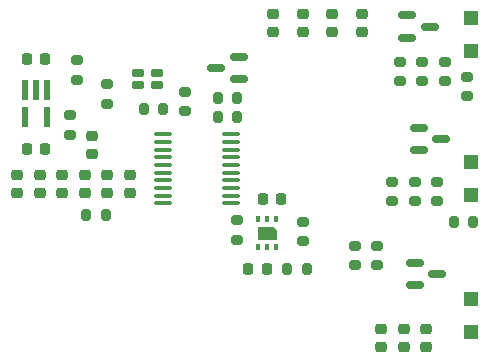
<source format=gtp>
%TF.GenerationSoftware,KiCad,Pcbnew,9.0.6*%
%TF.CreationDate,2025-11-13T00:04:26-05:00*%
%TF.ProjectId,mask-board,6d61736b-2d62-46f6-9172-642e6b696361,rev?*%
%TF.SameCoordinates,Original*%
%TF.FileFunction,Paste,Top*%
%TF.FilePolarity,Positive*%
%FSLAX46Y46*%
G04 Gerber Fmt 4.6, Leading zero omitted, Abs format (unit mm)*
G04 Created by KiCad (PCBNEW 9.0.6) date 2025-11-13 00:04:26*
%MOMM*%
%LPD*%
G01*
G04 APERTURE LIST*
G04 Aperture macros list*
%AMRoundRect*
0 Rectangle with rounded corners*
0 $1 Rounding radius*
0 $2 $3 $4 $5 $6 $7 $8 $9 X,Y pos of 4 corners*
0 Add a 4 corners polygon primitive as box body*
4,1,4,$2,$3,$4,$5,$6,$7,$8,$9,$2,$3,0*
0 Add four circle primitives for the rounded corners*
1,1,$1+$1,$2,$3*
1,1,$1+$1,$4,$5*
1,1,$1+$1,$6,$7*
1,1,$1+$1,$8,$9*
0 Add four rect primitives between the rounded corners*
20,1,$1+$1,$2,$3,$4,$5,0*
20,1,$1+$1,$4,$5,$6,$7,0*
20,1,$1+$1,$6,$7,$8,$9,0*
20,1,$1+$1,$8,$9,$2,$3,0*%
G04 Aperture macros list end*
%ADD10C,0.010000*%
%ADD11RoundRect,0.200000X-0.200000X-0.275000X0.200000X-0.275000X0.200000X0.275000X-0.200000X0.275000X0*%
%ADD12RoundRect,0.200000X0.275000X-0.200000X0.275000X0.200000X-0.275000X0.200000X-0.275000X-0.200000X0*%
%ADD13R,0.400000X0.550000*%
%ADD14RoundRect,0.200000X-0.275000X0.200000X-0.275000X-0.200000X0.275000X-0.200000X0.275000X0.200000X0*%
%ADD15RoundRect,0.225000X0.250000X-0.225000X0.250000X0.225000X-0.250000X0.225000X-0.250000X-0.225000X0*%
%ADD16RoundRect,0.105000X0.395000X0.245000X-0.395000X0.245000X-0.395000X-0.245000X0.395000X-0.245000X0*%
%ADD17RoundRect,0.225000X0.225000X0.250000X-0.225000X0.250000X-0.225000X-0.250000X0.225000X-0.250000X0*%
%ADD18R,1.200000X1.200000*%
%ADD19RoundRect,0.200000X0.200000X0.275000X-0.200000X0.275000X-0.200000X-0.275000X0.200000X-0.275000X0*%
%ADD20RoundRect,0.225000X-0.250000X0.225000X-0.250000X-0.225000X0.250000X-0.225000X0.250000X0.225000X0*%
%ADD21RoundRect,0.150000X-0.587500X-0.150000X0.587500X-0.150000X0.587500X0.150000X-0.587500X0.150000X0*%
%ADD22RoundRect,0.100000X-0.637500X-0.100000X0.637500X-0.100000X0.637500X0.100000X-0.637500X0.100000X0*%
%ADD23RoundRect,0.225000X-0.225000X-0.250000X0.225000X-0.250000X0.225000X0.250000X-0.225000X0.250000X0*%
%ADD24R,0.612132X1.805236*%
%ADD25RoundRect,0.150000X0.587500X0.150000X-0.587500X0.150000X-0.587500X-0.150000X0.587500X-0.150000X0*%
G04 APERTURE END LIST*
D10*
%TO.C,U3*%
X144768000Y-96245000D02*
X144768000Y-97045000D01*
X143268000Y-97045000D01*
X143268000Y-95995000D01*
X144518000Y-95995000D01*
X144768000Y-96245000D01*
G36*
X144768000Y-96245000D02*
G01*
X144768000Y-97045000D01*
X143268000Y-97045000D01*
X143268000Y-95995000D01*
X144518000Y-95995000D01*
X144768000Y-96245000D01*
G37*
%TD*%
D11*
%TO.C,R5*%
X133570000Y-86042500D03*
X135220000Y-86042500D03*
%TD*%
D12*
%TO.C,R4*%
X130492500Y-85597500D03*
X130492500Y-83947500D03*
%TD*%
D13*
%TO.C,U3*%
X144818000Y-95370000D03*
X144018000Y-95370000D03*
X143218000Y-95370000D03*
X143218000Y-97670000D03*
X144018000Y-97670000D03*
X144818000Y-97670000D03*
%TD*%
D14*
%TO.C,R1*%
X147028000Y-95575000D03*
X147028000Y-97225000D03*
%TD*%
D15*
%TO.C,C17*%
X157480000Y-106185000D03*
X157480000Y-104635000D03*
%TD*%
D16*
%TO.C,D1*%
X133087500Y-83002500D03*
X133087500Y-84002500D03*
X134687500Y-84002500D03*
X134687500Y-83002500D03*
%TD*%
D17*
%TO.C,C2*%
X125232501Y-81772501D03*
X123682501Y-81772501D03*
%TD*%
%TO.C,C4*%
X143993000Y-99575000D03*
X142443000Y-99575000D03*
%TD*%
D12*
%TO.C,R20*%
X159067500Y-83692500D03*
X159067500Y-82042500D03*
%TD*%
D18*
%TO.C,D3*%
X161290000Y-81092500D03*
X161290000Y-78292500D03*
%TD*%
D11*
%TO.C,R7*%
X128715000Y-94996000D03*
X130365000Y-94996000D03*
%TD*%
D14*
%TO.C,R11*%
X153352500Y-97600000D03*
X153352500Y-99250000D03*
%TD*%
D19*
%TO.C,R16*%
X141477500Y-85090000D03*
X139827500Y-85090000D03*
%TD*%
D15*
%TO.C,C7*%
X128587500Y-93145000D03*
X128587500Y-91595000D03*
%TD*%
D20*
%TO.C,C14*%
X149546000Y-77978000D03*
X149546000Y-79528000D03*
%TD*%
D12*
%TO.C,R15*%
X156527500Y-93852500D03*
X156527500Y-92202500D03*
%TD*%
D21*
%TO.C,Q4*%
X156860000Y-87632500D03*
X156860000Y-89532500D03*
X158735000Y-88582500D03*
%TD*%
%TO.C,Q3*%
X155907500Y-78107500D03*
X155907500Y-80007500D03*
X157782500Y-79057500D03*
%TD*%
D17*
%TO.C,C1*%
X125232501Y-89392501D03*
X123682501Y-89392501D03*
%TD*%
D15*
%TO.C,C10*%
X122872500Y-93145000D03*
X122872500Y-91595000D03*
%TD*%
D21*
%TO.C,Q2*%
X156542500Y-99062500D03*
X156542500Y-100962500D03*
X158417500Y-100012500D03*
%TD*%
D12*
%TO.C,R19*%
X158432500Y-93852500D03*
X158432500Y-92202500D03*
%TD*%
D18*
%TO.C,D2*%
X161290000Y-102105000D03*
X161290000Y-104905000D03*
%TD*%
D20*
%TO.C,C13*%
X152056000Y-77978000D03*
X152056000Y-79528000D03*
%TD*%
%TO.C,C15*%
X147036000Y-77978000D03*
X147036000Y-79528000D03*
%TD*%
D22*
%TO.C,U1*%
X135250000Y-88175000D03*
X135250000Y-88825000D03*
X135250000Y-89475000D03*
X135250000Y-90125000D03*
X135250000Y-90775000D03*
X135250000Y-91425000D03*
X135250000Y-92075000D03*
X135250000Y-92725000D03*
X135250000Y-93375000D03*
X135250000Y-94025000D03*
X140975000Y-94025000D03*
X140975000Y-93375000D03*
X140975000Y-92725000D03*
X140975000Y-92075000D03*
X140975000Y-91425000D03*
X140975000Y-90775000D03*
X140975000Y-90125000D03*
X140975000Y-89475000D03*
X140975000Y-88825000D03*
X140975000Y-88175000D03*
%TD*%
D20*
%TO.C,C16*%
X144526000Y-77978000D03*
X144526000Y-79528000D03*
%TD*%
D15*
%TO.C,C18*%
X153670000Y-106185000D03*
X153670000Y-104635000D03*
%TD*%
D23*
%TO.C,C3*%
X143687500Y-93662500D03*
X145237500Y-93662500D03*
%TD*%
D15*
%TO.C,C6*%
X130492500Y-93145000D03*
X130492500Y-91595000D03*
%TD*%
D11*
%TO.C,R18*%
X159830000Y-95567500D03*
X161480000Y-95567500D03*
%TD*%
D12*
%TO.C,R13*%
X157162500Y-83692500D03*
X157162500Y-82042500D03*
%TD*%
D15*
%TO.C,C8*%
X126682500Y-93145000D03*
X126682500Y-91595000D03*
%TD*%
D18*
%TO.C,D4*%
X161290000Y-93287500D03*
X161290000Y-90487500D03*
%TD*%
D12*
%TO.C,R12*%
X155257500Y-83692500D03*
X155257500Y-82042500D03*
%TD*%
D19*
%TO.C,R17*%
X141477500Y-86677500D03*
X139827500Y-86677500D03*
%TD*%
D24*
%TO.C,U2*%
X125407502Y-84432018D03*
X124457501Y-84432018D03*
X123507500Y-84432018D03*
X123507500Y-86732984D03*
X125407502Y-86732984D03*
%TD*%
D12*
%TO.C,R9*%
X127952500Y-83565000D03*
X127952500Y-81915000D03*
%TD*%
D15*
%TO.C,C5*%
X132397500Y-93145000D03*
X132397500Y-91595000D03*
%TD*%
D12*
%TO.C,R21*%
X160972500Y-84962500D03*
X160972500Y-83312500D03*
%TD*%
D15*
%TO.C,C9*%
X124777500Y-93145000D03*
X124777500Y-91595000D03*
%TD*%
D20*
%TO.C,C11*%
X129215000Y-88280000D03*
X129215000Y-89830000D03*
%TD*%
D19*
%TO.C,R3*%
X147383000Y-99575000D03*
X145733000Y-99575000D03*
%TD*%
D15*
%TO.C,C19*%
X155575000Y-106185000D03*
X155575000Y-104635000D03*
%TD*%
D14*
%TO.C,R8*%
X127310000Y-86572500D03*
X127310000Y-88222500D03*
%TD*%
%TO.C,R10*%
X151447500Y-97600000D03*
X151447500Y-99250000D03*
%TD*%
D12*
%TO.C,R2*%
X141478000Y-97091000D03*
X141478000Y-95441000D03*
%TD*%
D25*
%TO.C,Q1*%
X141605000Y-83502500D03*
X141605000Y-81602500D03*
X139730000Y-82552500D03*
%TD*%
D12*
%TO.C,R6*%
X137062500Y-86232500D03*
X137062500Y-84582500D03*
%TD*%
%TO.C,R14*%
X154622500Y-93852500D03*
X154622500Y-92202500D03*
%TD*%
M02*

</source>
